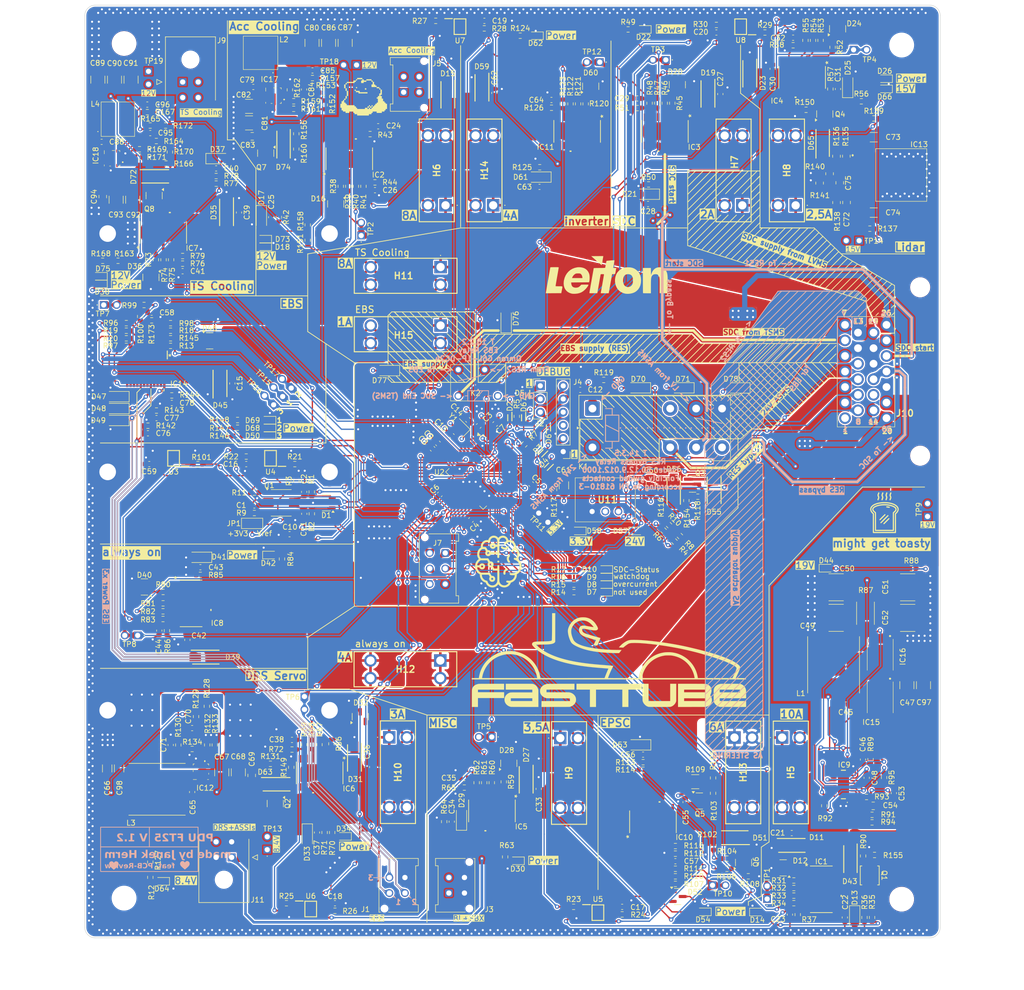
<source format=kicad_pcb>
(kicad_pcb
	(version 20240108)
	(generator "pcbnew")
	(generator_version "8.0")
	(general
		(thickness 1.6)
		(legacy_teardrops no)
	)
	(paper "A3")
	(title_block
		(title "PDU FT25")
		(date "2025-01-15")
		(rev "V1.2")
		(company "Janek Herm")
		(comment 1 "FasTTUBe Electronics")
	)
	(layers
		(0 "F.Cu" signal)
		(1 "In1.Cu" power)
		(2 "In2.Cu" signal)
		(31 "B.Cu" mixed)
		(32 "B.Adhes" user "B.Adhesive")
		(33 "F.Adhes" user "F.Adhesive")
		(34 "B.Paste" user)
		(35 "F.Paste" user)
		(36 "B.SilkS" user "B.Silkscreen")
		(37 "F.SilkS" user "F.Silkscreen")
		(38 "B.Mask" user)
		(39 "F.Mask" user)
		(40 "Dwgs.User" user "User.Drawings")
		(41 "Cmts.User" user "User.Comments")
		(42 "Eco1.User" user "User.Eco1")
		(43 "Eco2.User" user "User.Eco2")
		(44 "Edge.Cuts" user)
		(45 "Margin" user)
		(46 "B.CrtYd" user "B.Courtyard")
		(47 "F.CrtYd" user "F.Courtyard")
		(48 "B.Fab" user)
		(49 "F.Fab" user)
		(50 "User.1" user)
		(51 "User.2" user)
		(52 "User.3" user)
		(53 "User.4" user)
		(54 "User.5" user)
		(55 "User.6" user)
		(56 "User.7" user)
		(57 "User.8" user)
		(58 "User.9" user)
	)
	(setup
		(stackup
			(layer "F.SilkS"
				(type "Top Silk Screen")
			)
			(layer "F.Paste"
				(type "Top Solder Paste")
			)
			(layer "F.Mask"
				(type "Top Solder Mask")
				(thickness 0.01)
			)
			(layer "F.Cu"
				(type "copper")
				(thickness 0.035)
			)
			(layer "dielectric 1"
				(type "prepreg")
				(thickness 0.1)
				(material "FR4")
				(epsilon_r 4.5)
				(loss_tangent 0.02)
			)
			(layer "In1.Cu"
				(type "copper")
				(thickness 0.035)
			)
			(layer "dielectric 2"
				(type "core")
				(thickness 1.24)
				(material "FR4")
				(epsilon_r 4.5)
				(loss_tangent 0.02)
			)
			(layer "In2.Cu"
				(type "copper")
				(thickness 0.035)
			)
			(layer "dielectric 3"
				(type "prepreg")
				(thickness 0.1)
				(material "FR4")
				(epsilon_r 4.5)
				(loss_tangent 0.02)
			)
			(layer "B.Cu"
				(type "copper")
				(thickness 0.035)
			)
			(layer "B.Mask"
				(type "Bottom Solder Mask")
				(thickness 0.01)
			)
			(layer "B.Paste"
				(type "Bottom Solder Paste")
			)
			(layer "B.SilkS"
				(type "Bottom Silk Screen")
			)
			(copper_finish "None")
			(dielectric_constraints no)
		)
		(pad_to_mask_clearance 0)
		(allow_soldermask_bridges_in_footprints no)
		(pcbplotparams
			(layerselection 0x00010fc_ffffffff)
			(plot_on_all_layers_selection 0x0000000_00000000)
			(disableapertmacros no)
			(usegerberextensions no)
			(usegerberattributes yes)
			(usegerberadvancedattributes yes)
			(creategerberjobfile no)
			(dashed_line_dash_ratio 12.000000)
			(dashed_line_gap_ratio 3.000000)
			(svgprecision 4)
			(plotframeref no)
			(viasonmask no)
			(mode 1)
			(useauxorigin yes)
			(hpglpennumber 1)
			(hpglpenspeed 20)
			(hpglpendiameter 15.000000)
			(pdf_front_fp_property_popups yes)
			(pdf_back_fp_property_popups yes)
			(dxfpolygonmode yes)
			(dxfimperialunits yes)
			(dxfusepcbnewfont yes)
			(psnegative no)
			(psa4output no)
			(plotreference yes)
			(plotvalue no)
			(plotfptext yes)
			(plotinvisibletext no)
			(sketchpadsonfab no)
			(subtractmaskfromsilk yes)
			(outputformat 1)
			(mirror no)
			(drillshape 0)
			(scaleselection 1)
			(outputdirectory "gerber/")
		)
	)
	(net 0 "")
	(net 1 "GND")
	(net 2 "+3V3")
	(net 3 "stdCAN_H")
	(net 4 "/MCU/Vref")
	(net 5 "stdCAN_L")
	(net 6 "/MCU/NRST")
	(net 7 "Net-(D11-A2)")
	(net 8 "/powerstages/P_Out6a")
	(net 9 "/powerstages/IS4")
	(net 10 "Net-(D15-A2)")
	(net 11 "/connectors/P_Out1")
	(net 12 "/powerstages/IS1")
	(net 13 "Net-(D19-A2)")
	(net 14 "/powerstages/IS10")
	(net 15 "Net-(D23-A2)")
	(net 16 "/powerstages/P_Out9a")
	(net 17 "/powerstages/IS7")
	(net 18 "Net-(D27-A2)")
	(net 19 "/connectors/P_Out8")
	(net 20 "/powerstages/IS8")
	(net 21 "Net-(D31-A2)")
	(net 22 "/powerstages/P_Out5a")
	(net 23 "/powerstages/IS3")
	(net 24 "Net-(D35-A2)")
	(net 25 "/connectors/P_Out2")
	(net 26 "/powerstages/IS2")
	(net 27 "/connectors/P_Out9")
	(net 28 "/powerstages/IS9")
	(net 29 "Net-(IC9-CBOOT)")
	(net 30 "Net-(IC9-SW)")
	(net 31 "Net-(IC9-VCC)")
	(net 32 "Net-(D43-K)")
	(net 33 "Net-(IC9-PFM{slash}SYNC)")
	(net 34 "/connectors/P_Out4")
	(net 35 "Net-(C53-Pad2)")
	(net 36 "Net-(IC9-EXTCOMP)")
	(net 37 "Net-(D51-A2)")
	(net 38 "/connectors/P_Out5")
	(net 39 "/powerstages/IS5")
	(net 40 "Net-(D56-K)")
	(net 41 "Net-(D59-A2)")
	(net 42 "/connectors/P_Out6")
	(net 43 "/powerstages/IS6")
	(net 44 "Net-(IC12-SW)")
	(net 45 "Net-(IC12-BOOT)")
	(net 46 "/connectors/P_Out3")
	(net 47 "Net-(D63-K)")
	(net 48 "Net-(IC12-FB)")
	(net 49 "Net-(IC12-SS)")
	(net 50 "/connectors/P_Out7")
	(net 51 "Net-(IC13-FB)")
	(net 52 "Net-(D65-K)")
	(net 53 "Net-(IC13-SS)")
	(net 54 "/MCU/SWCLK")
	(net 55 "/MCU/SWDIO")
	(net 56 "/MCU/UART_RX")
	(net 57 "/MCU/UART_TX")
	(net 58 "Net-(D7-A)")
	(net 59 "Net-(D8-A)")
	(net 60 "Net-(D9-A)")
	(net 61 "Net-(D10-A)")
	(net 62 "Net-(D12-A)")
	(net 63 "unconnected-(D12-NC-Pad2)")
	(net 64 "Net-(D14-A)")
	(net 65 "Net-(D16-A)")
	(net 66 "unconnected-(D16-NC-Pad2)")
	(net 67 "Net-(D18-A)")
	(net 68 "Net-(D20-A)")
	(net 69 "unconnected-(D20-NC-Pad2)")
	(net 70 "Net-(D22-A)")
	(net 71 "Net-(D24-A)")
	(net 72 "unconnected-(D24-NC-Pad2)")
	(net 73 "Net-(D26-A)")
	(net 74 "Net-(D28-A)")
	(net 75 "unconnected-(D28-NC-Pad2)")
	(net 76 "Net-(D30-A)")
	(net 77 "unconnected-(D32-NC-Pad2)")
	(net 78 "Net-(D32-A)")
	(net 79 "Net-(D34-A)")
	(net 80 "Net-(D36-A)")
	(net 81 "unconnected-(D36-NC-Pad2)")
	(net 82 "Net-(D38-A)")
	(net 83 "Net-(D43-A)")
	(net 84 "Net-(D44-A)")
	(net 85 "Net-(D45-A2)")
	(net 86 "/powerstages/IS11")
	(net 87 "/connectors/P_Out12")
	(net 88 "unconnected-(D52-NC-Pad2)")
	(net 89 "Net-(D52-A)")
	(net 90 "Net-(D54-A)")
	(net 91 "Net-(D56-A)")
	(net 92 "Net-(D57-A)")
	(net 93 "Net-(D58-A)")
	(net 94 "unconnected-(D60-NC-Pad2)")
	(net 95 "Net-(D60-A)")
	(net 96 "Net-(D62-A)")
	(net 97 "Net-(D63-A)")
	(net 98 "Net-(D64-A)")
	(net 99 "Net-(D65-A)")
	(net 100 "Net-(D66-A)")
	(net 101 "/connectors/P_Out11")
	(net 102 "/connectors/P_Out10")
	(net 103 "Net-(D46-A)")
	(net 104 "+24V")
	(net 105 "Net-(IC1-IS)")
	(net 106 "Net-(IC1-GND)")
	(net 107 "Net-(IC1-IN)")
	(net 108 "Net-(IC1-DEN)")
	(net 109 "Net-(IC2-IS)")
	(net 110 "Net-(IC2-IN)")
	(net 111 "Net-(IC2-DEN)")
	(net 112 "Net-(IC2-GND)")
	(net 113 "Net-(IC3-IN)")
	(net 114 "Net-(IC3-GND)")
	(net 115 "Net-(IC3-IS)")
	(net 116 "Net-(IC3-DEN)")
	(net 117 "Net-(IC4-IN)")
	(net 118 "Net-(IC4-GND)")
	(net 119 "Net-(IC4-IS)")
	(net 120 "Net-(IC4-DEN)")
	(net 121 "Net-(IC5-GND)")
	(net 122 "Net-(IC5-DEN)")
	(net 123 "Net-(IC5-IS)")
	(net 124 "Net-(IC5-IN)")
	(net 125 "Net-(IC6-GND)")
	(net 126 "Net-(IC6-IN)")
	(net 127 "Net-(IC6-DEN)")
	(net 128 "Net-(IC6-IS)")
	(net 129 "Net-(IC7-IN)")
	(net 130 "Net-(IC7-IS)")
	(net 131 "Net-(IC7-GND)")
	(net 132 "Net-(IC7-DEN)")
	(net 133 "Net-(IC9-CNFG)")
	(net 134 "Net-(IC9-PG{slash}SYNCOUT)")
	(net 135 "Net-(IC9-RT)")
	(net 136 "Net-(IC9-ISNS+)")
	(net 137 "Net-(IC9-HO)")
	(net 138 "Net-(IC9-LO)")
	(net 139 "Net-(IC9-FB)")
	(net 140 "Net-(IC10-IS)")
	(net 141 "Net-(IC10-IN)")
	(net 142 "Net-(IC10-DEN)")
	(net 143 "Net-(IC10-GND)")
	(net 144 "Net-(IC11-DEN)")
	(net 145 "Net-(IC11-IS)")
	(net 146 "Net-(IC11-IN)")
	(net 147 "Net-(IC11-GND)")
	(net 148 "Net-(IC12-PG)")
	(net 149 "Net-(IC12-MODE)")
	(net 150 "Net-(IC12-EN)")
	(net 151 "Net-(IC13-RON)")
	(net 152 "Net-(IC13-EN)")
	(net 153 "/MCU/SWO")
	(net 154 "FDCAN_H")
	(net 155 "FDCAN_L")
	(net 156 "/RBR/SDC bypass")
	(net 157 "24V ASMS")
	(net 158 "Net-(JP1-C)")
	(net 159 "unconnected-(K1-Pad12)")
	(net 160 "unconnected-(K1-Pad24)")
	(net 161 "Net-(K1-PadA1)")
	(net 162 "unconnected-(D46-NC-Pad2)")
	(net 163 "Net-(IC14-DSEL1)")
	(net 164 "Net-(Q5-D)")
	(net 165 "Net-(Q5-G)")
	(net 166 "Net-(Q6-G)")
	(net 167 "Net-(Q6-D)")
	(net 168 "Net-(U1-Rs)")
	(net 169 "Net-(U2-PA0)")
	(net 170 "Net-(U2-BOOT0)")
	(net 171 "Net-(U2-PC0)")
	(net 172 "Net-(U2-PA11)")
	(net 173 "/MCU/CAN_RX")
	(net 174 "/MCU/CAN_TX")
	(net 175 "Net-(U2-PA12)")
	(net 176 "unconnected-(U2-PB7-Pad59)")
	(net 177 "unconnected-(U2-PA15-Pad50)")
	(net 178 "/MCU/STATUS_LED1")
	(net 179 "/MCU/STATUS_LED2")
	(net 180 "/MCU/STATUS_LED3")
	(net 181 "/MCU/STATUS_LED4")
	(net 182 "Net-(R12-Pad1)")
	(net 183 "Net-(U4A--)")
	(net 184 "/MCU/ISENSE1")
	(net 185 "Net-(U4B--)")
	(net 186 "/MCU/ISENSE2")
	(net 187 "/MCU/ISENSE3")
	(net 188 "Net-(U5A--)")
	(net 189 "Net-(U5B--)")
	(net 190 "/MCU/ISENSE4")
	(net 191 "/MCU/ISENSE5")
	(net 192 "Net-(U6A--)")
	(net 193 "Net-(U6B--)")
	(net 194 "/MCU/ISENSE6")
	(net 195 "/MCU/ISENSE7")
	(net 196 "Net-(U7A--)")
	(net 197 "Net-(U7B--)")
	(net 198 "/MCU/ISENSE8")
	(net 199 "/MCU/ISENSE9")
	(net 200 "Net-(U8A--)")
	(net 201 "Net-(U8B--)")
	(net 202 "/MCU/ISENSE10")
	(net 203 "/MCU/IN4")
	(net 204 "/MCU/IN1")
	(net 205 "/MCU/IN10")
	(net 206 "/MCU/IN7")
	(net 207 "/MCU/IN8")
	(net 208 "/MCU/IN3")
	(net 209 "/MCU/IN2")
	(net 210 "/MCU/IN9")
	(net 211 "/MCU/IN11")
	(net 212 "/MCU/IN12")
	(net 213 "/MCU/IN13")
	(net 214 "/MCU/PC_Read")
	(net 215 "/MCU/PC_EN")
	(net 216 "/MCU/IN5")
	(net 217 "/MCU/IN6")
	(net 218 "/MCU/XTAL_OUT")
	(net 219 "unconnected-(U2-PC5-Pad25)")
	(net 220 "Net-(IC14-GND)")
	(net 221 "unconnected-(U2-PC12-Pad53)")
	(net 222 "Net-(IC14-DEN)")
	(net 223 "Net-(IC14-IN2)")
	(net 224 "/MCU/XTAL_IN")
	(net 225 "unconnected-(U2-PD2-Pad54)")
	(net 226 "unconnected-(IC14-OUT3-Pad13)")
	(net 227 "Net-(IC14-IN0)")
	(net 228 "Net-(IC14-IN3)")
	(net 229 "Net-(IC14-DSEL0)")
	(net 230 "Net-(IC14-IN1)")
	(net 231 "Net-(IC14-IS)")
	(net 232 "/MCU/DSEL0")
	(net 233 "/MCU/DSEL1")
	(net 234 "Net-(U3A--)")
	(net 235 "/MCU/ISENSE11")
	(net 236 "Net-(U3B--)")
	(net 237 "unconnected-(IC9-NC_1-Pad1)")
	(net 238 "unconnected-(IC9-NC_2-Pad2)")
	(net 239 "unconnected-(IC9-NC_4-Pad23)")
	(net 240 "unconnected-(IC9-NC_3-Pad22)")
	(net 241 "unconnected-(IC9-NC_5-Pad24)")
	(net 242 "Net-(D50-A)")
	(net 243 "Net-(D68-A)")
	(net 244 "Net-(D69-A)")
	(net 245 "/connectors/P_Out14")
	(net 246 "/connectors/P_Out13")
	(net 247 "Net-(IC17-SW)")
	(net 248 "Net-(IC17-BOOT)")
	(net 249 "Net-(D72-K)")
	(net 250 "Net-(IC17-FB)")
	(net 251 "Net-(IC17-SS)")
	(net 252 "Net-(IC18-BOOT)")
	(net 253 "Net-(IC18-SW)")
	(net 254 "Net-(D74-K)")
	(net 255 "Net-(IC18-FB)")
	(net 256 "Net-(IC18-SS)")
	(net 257 "Net-(D72-A)")
	(net 258 "Net-(D73-A)")
	(net 259 "Net-(D74-A)")
	(net 260 "Net-(D75-A)")
	(net 261 "Net-(IC17-PG)")
	(net 262 "Net-(IC17-MODE)")
	(net 263 "Net-(IC17-EN)")
	(net 264 "Net-(IC18-PG)")
	(net 265 "Net-(IC18-MODE)")
	(net 266 "Net-(IC18-EN)")
	(net 267 "Net-(R151-Pad2)")
	(net 268 "Net-(R163-Pad2)")
	(net 269 "EBS supply")
	(net 270 "AS actuator supply")
	(net 271 "unconnected-(IC1-NC-Pad7)")
	(net 272 "unconnected-(IC1-NC-Pad1)")
	(net 273 "unconnected-(IC1-NC-Pad14)")
	(net 274 "unconnected-(IC1-NC-Pad8)")
	(net 275 "unconnected-(IC1-NC-Pad9)")
	(net 276 "unconnected-(IC1-NC-Pad13)")
	(net 277 "unconnected-(IC1-NC-Pad2)")
	(net 278 "unconnected-(IC2-NC-Pad2)")
	(net 279 "unconnected-(IC2-NC-Pad7)")
	(net 280 "unconnected-(IC2-NC-Pad8)")
	(net 281 "unconnected-(IC2-NC-Pad14)")
	(net 282 "unconnected-(IC2-NC-Pad1)")
	(net 283 "unconnected-(IC2-NC-Pad9)")
	(net 284 "unconnected-(IC2-NC-Pad13)")
	(net 285 "unconnected-(IC3-NC-Pad8)")
	(net 286 "unconnected-(IC3-NC-Pad1)")
	(net 287 "unconnected-(IC3-NC-Pad7)")
	(net 288 "unconnected-(IC3-NC-Pad14)")
	(net 289 "unconnected-(IC3-NC-Pad13)")
	(net 290 "unconnected-(IC3-NC-Pad9)")
	(net 291 "unconnected-(IC3-NC-Pad2)")
	(net 292 "unconnected-(IC4-NC-Pad2)")
	(net 293 "unconnected-(IC4-NC-Pad1)")
	(net 294 "unconnected-(IC4-NC-Pad13)")
	(net 295 "unconnected-(IC4-NC-Pad7)")
	(net 296 "unconnected-(IC4-NC-Pad9)")
	(net 297 "unconnected-(IC4-NC-Pad8)")
	(net 298 "unconnected-(IC4-NC-Pad14)")
	(net 299 "unconnected-(IC5-NC-Pad1)")
	(net 300 "unconnected-(IC5-NC-Pad8)")
	(net 301 "unconnected-(IC5-NC-Pad9)")
	(net 302 "unconnected-(IC5-NC-Pad14)")
	(net 303 "unconnected-(IC5-NC-Pad13)")
	(net 304 "unconnected-(IC5-NC-Pad2)")
	(net 305 "unconnected-(IC5-NC-Pad7)")
	(net 306 "unconnected-(IC6-NC-Pad14)")
	(net 307 "unconnected-(IC6-NC-Pad2)")
	(net 308 "unconnected-(IC6-NC-Pad7)")
	(net 309 "unconnected-(IC6-NC-Pad1)")
	(net 310 "unconnected-(IC6-NC-Pad9)")
	(net 311 "unconnected-(IC6-NC-Pad8)")
	(net 312 "unconnected-(IC6-NC-Pad13)")
	(net 313 "unconnected-(IC7-NC-Pad1)")
	(net 314 "unconnected-(IC7-NC-Pad9)")
	(net 315 "unconnected-(IC7-NC-Pad14)")
	(net 316 "unconnected-(IC7-NC-Pad13)")
	(net 317 "unconnected-(IC7-NC-Pad7)")
	(net 318 "unconnected-(IC7-NC-Pad8)")
	(net 319 "unconnected-(IC7-NC-Pad2)")
	(net 320 "unconnected-(IC10-NC-Pad14)")
	(net 321 "unconnected-(IC10-NC-Pad8)")
	(net 322 "unconnected-(IC10-NC-Pad13)")
	(net 323 "unconnected-(IC10-NC-Pad9)")
	(net 324 "unconnected-(IC10-NC-Pad1)")
	(net 325 "unconnected-(IC10-NC-Pad7)")
	(net 326 "unconnected-(IC10-NC-Pad2)")
	(net 327 "unconnected-(IC11-NC-Pad1)")
	(net 328 "unconnected-(IC11-NC-Pad13)")
	(net 329 "unconnected-(IC11-NC-Pad2)")
	(net 330 "unconnected-(IC11-NC-Pad7)")
	(net 331 "unconnected-(IC11-NC-Pad9)")
	(net 332 "unconnected-(IC11-NC-Pad8)")
	(net 333 "unconnected-(IC11-NC-Pad14)")
	(net 334 "unconnected-(IC14-NC-Pad21)")
	(net 335 "unconnected-(IC14-NC-Pad19)")
	(net 336 "unconnected-(IC14-NC-Pad15)")
	(net 337 "unconnected-(IC14-NC-Pad18)")
	(net 338 "unconnected-(IC14-NC-Pad23)")
	(net 339 "unconnected-(IC14-NC-Pad22)")
	(net 340 "unconnected-(IC14-NC-Pad14)")
	(net 341 "unconnected-(IC14-NC-Pad12)")
	(net 342 "unconnected-(IC14-NC-Pad1)")
	(net 343 "unconnected-(IC14-NC-Pad16)")
	(net 344 "/EBSR/EBS power")
	(net 345 "unconnected-(U2-PC14-Pad3)")
	(net 346 "unconnected-(U2-PC15-Pad4)")
	(net 347 "unconnected-(U2-PC13-Pad2)")
	(net 348 "Net-(R100-Pad1)")
	(net 349 "/RBR/RES")
	(net 350 "TSMS SDC")
	(net 351 "unconnected-(IC14-NC-Pad3)")
	(net 352 "unconnected-(U2-PB0-Pad26)")
	(net 353 "Net-(D39-A2)")
	(net 354 "unconnected-(D40-NC-Pad2)")
	(net 355 "Net-(D40-A)")
	(net 356 "Net-(D42-A)")
	(net 357 "unconnected-(IC8-NC-Pad8)")
	(net 358 "unconnected-(IC8-NC-Pad13)")
	(net 359 "Net-(IC8-IN)")
	(net 360 "unconnected-(IC8-NC-Pad9)")
	(net 361 "unconnected-(IC8-NC-Pad1)")
	(net 362 "Net-(IC8-DEN)")
	(net 363 "Net-(IC8-GND)")
	(net 364 "Net-(IC8-IS)")
	(net 365 "unconnected-(IC8-NC-Pad2)")
	(net 366 "unconnected-(IC8-NC-Pad14)")
	(net 367 "unconnected-(IC8-NC-Pad7)")
	(net 368 "unconnected-(J10-Pin_15-Pad15)")
	(net 369 "unconnected-(J10-Pin_1-Pad1)")
	(footprint "5025:5025" (layer "F.Cu") (at 165.32 98.46 90))
	(footprint "Resistor_SMD:R_0603_1608Metric" (layer "F.Cu") (at 161.375 88.955 90))
	(footprint "Resistor_SMD:R_0603_1608Metric" (layer "F.Cu") (at 128.645 103.135 -90))
	(footprint "Capacitor_SMD:C_1210_3225Metric" (layer "F.Cu") (at 162.225 61.275 90))
	(footprint "BTT6010-1ERB:SOIC14_BTT6010-1ERB_INF" (layer "F.Cu") (at 163.019 83.649799 90))
	(footprint "824501241:DIOM5127X250N" (layer "F.Cu") (at 139.345 93.995 -90))
	(footprint "Resistor_SMD:R_0603_1608Metric" (layer "F.Cu") (at 122.555 83.275))
	(footprint "Package_TO_SOT_SMD:SOT-23" (layer "F.Cu") (at 124.75 106.535 -90))
	(footprint "Package_TO_SOT_SMD:SOT-23" (layer "F.Cu") (at 165.14 191.314998 90))
	(footprint "Resistor_SMD:R_0603_1608Metric" (layer "F.Cu") (at 135.615001 196.775 90))
	(footprint "Resistor_SMD:R_0603_1608Metric" (layer "F.Cu") (at 155.915 68.065))
	(footprint "Capacitor_SMD:C_1210_3225Metric" (layer "F.Cu") (at 143.685 76.725 180))
	(footprint "Resistor_SMD:R_0603_1608Metric" (layer "F.Cu") (at 135.545001 189.315 -90))
	(footprint "LED_SMD:LED_0603_1608Metric" (layer "F.Cu") (at 266.295 70.155 180))
	(footprint "brain:heart" (layer "F.Cu") (at 117.6 220.05))
	(footprint "Resistor_SMD:R_0603_1608Metric" (layer "F.Cu") (at 127.585 77.225))
	(footprint "ESD321DYAR:SODFL1608X77N" (layer "F.Cu") (at 193.99 133.625 -90))
	(footprint "Diode_SMD:D_SOD-123F" (layer "F.Cu") (at 218.94 127.854999 180))
	(footprint "5025:5025" (layer "F.Cu") (at 147.190001 216.99 90))
	(footprint "Resistor_SMD:R_0603_1608Metric" (layer "F.Cu") (at 147.805 200.415))
	(footprint "5025:5025" (layer "F.Cu") (at 261.38 99.44 180))
	(footprint "MountingHole:MountingHole_3.2mm_M3_DIN965_Pad" (layer "F.Cu") (at 116.41 144.08 -90))
	(footprint "Resistor_SMD:R_0603_1608Metric" (layer "F.Cu") (at 254.645 208.515 -90))
	(footprint "3557-15:355715" (layer "F.Cu") (at 180.58 180.485 180))
	(footprint "Resistor_SMD:R_0603_1608Metric" (layer "F.Cu") (at 264.205001 75.855))
	(footprint "Capacitor_SMD:C_0603_1608Metric" (layer "F.Cu") (at 156.795 213.675001 -90))
	(footprint "Resistor_SMD:R_0603_1608Metric" (layer "F.Cu") (at 120.005477 118.297452))
	(footprint "MountingHole:MountingHole_4.3mm_M4" (layer "F.Cu") (at 119.575 226.345))
	(footprint "Capacitor_SMD:C_1210_3225Metric" (layer "F.Cu") (at 138.414747 202.063428 90))
	(footprint "Diode_SMD:D_SOD-123F" (layer "F.Cu") (at 146.065 94.88 -90))
	(footprint "Capacitor_SMD:C_0603_1608Metric" (layer "F.Cu") (at 185.205 203.145 180))
	(footprint "Resistor_SMD:R_0603_1608Metric" (layer "F.Cu") (at 225.925 220.675))
	(footprint "Resistor_SMD:R_0603_1608Metric"
		(layer "F.Cu")
		(uuid "15025461-dcc7-4f61-9542-8f8e8ec99700")
		(at 154.995 99.365 90)
		(descr "Resistor SMD 0603 (1608 Metric), square (rectangular) end terminal, IPC_7351 nominal, (Body size source: IPC-SM-782 page 72, https://www.pcb-3d.com/wordpress/wp-content/uploads/ipc-sm-782a_amendment_1_and_2.pdf), generated with kicad-footprint-generator")
		(tags "resistor")
		(property "Reference" "R151"
			(at -0.65 -1.42 90)
			(layer "F.SilkS")
			(uuid "122f886c-686c-4dca-9df4-687a2b60e366")
			(effects
				(font
					(size 1 1)
					(thickness 0.15)
				)
			)
		)
		(property "Value" "1k"
			(at 0 1.43 90)
			(layer "F.Fab")
			(uuid "a592b584-abae-4bea-8bc8-0a8ffebe0b80")
			(effects
				(font
					(size 1 1)
					(thickness 0.15)
				)
			)
		)
		(property "Footprint" "Resistor_SMD:R_0603_1608Metric"
			(at 0 0 90)
			(unlocked yes)
			(layer "F.Fab")
			(hide yes)
			(uuid "1c5f638a-4832-4642-88d6-97d1baf0f576")
			(effects
				(font
					(size 1.27 1.27)
					(thickness 0.15)
				)
			)
		)
		(property "Datasheet" ""
			(at 0 0 90)
			(unlocked yes)
			(layer "F.Fab")
			(hide yes)
			(uuid "59d60a19-0eeb-4754-9aba-e42d43305fa7")
			(effects
				(font
					(size 1.27 1.27)
					(thickness 0.15)
				)
			)
		)
		(property "Description" "Resistor, small symbol"
			(at 0 0 90)
			(unlocked yes)
			(layer "F.Fab")
			(hide yes)
			(uuid "33615a10-7215-4795-96b9-fa93cea6c121")
			(effects
				(font
					(size 1.27 1.27)
					(thickness 0.15)
				)
			)
		)
		(property ki_fp_filters "R_*")
		(path "/780d04e9-366d-4b48-88f6-229428c96c3a/2688228a-78b0-463b-82bd-42a0dedab640/a31b0199-c63c-4e83-8127-1fac1a9facaf")
		(sheetname "ACC pump DCDC")
		(sheetfile "pumpDCDC.kicad_sch")
		(attr smd)
		(fp_line
			(start -0.237258 -0.5225)
			(end 0.237258 -0.5225)
			(stroke
				(width 0.12)
				(type solid)
			)
			(layer "F.SilkS")
			(uuid "dc8e5fd8-4ca3-4c1d-b1f5-6eaae540711d")
		)
		(fp_line
			(start -0.237258 0.5225)
			(end 0.237258 0.5225)
			(stroke
				(width 0.12)
				(type solid)
			)
			(layer "F.SilkS")
			(uuid "6c0a18d3-6077-4bcb-825a-872d2e6b7716")
		)
		(fp_line
			(start 1.48 -0.73)
			(end 1.48 0.73)
			(stroke
				(width 0.05)
				(type solid)
			)
			(layer "F.CrtYd")
			(uuid "7313f3b4-9a54-4d87-8c75-088e5090a017")
		)
		(fp_line
			(start -1.48 -0.73)
			(end 1.48 -0.73)
			(stroke
				(width 0.05)
				(type solid)
			)
			(layer "F.CrtYd")
			(uuid "6af3927a-7d15-47f2-a5a0-8445f1b4c182")
		)
		(fp_line
			(start 1.48 0.73)
			(end -1.48 0.73)
			(stroke
				(width 0.05)
				(type solid)
			)
			(layer "F.CrtYd")
			(uuid "72e13f33-6639-4f39-84e2-7a3d4ba4715a")
		)
		(fp_line
			(start -1.48 0.73)
			(end -1.48 -0.73)
			(stroke
				(width 0.05)
				(type solid)
			)
			(layer "F.CrtYd")
			(uuid "ff98d762-9a6b-4848-89e9-20b6125bce37")
		)
		(fp_line
			(start 0.8 -0.4125)
			(end 0.8 0.4125)
			(stroke
				(width 0.1)
				(type solid)
			)
			(layer "F.Fab")
			(uuid "fe961a65-105c-43a7-89d7-5c7c44acd8a1")
		)
		(fp_line
			(start -0.8 -0.4125)
			(end 0.8 -0.4125)
			(stroke
				(width 0.1)
				(type solid)
			)
			(layer "F.Fab")
			(uuid "bb8064fe-6479-4ead-87cb-214fa68d7676")
		)
		(fp_line
			(start 0.8 0.4125)
			(end -0.8 0.4125)
			(stroke
				(width 0.1)
				(type solid)
			)
			(layer "F.Fab")
			(uuid "0ba98a26-6841-4152-aae7-55d7e1c78c39")
		)
		(fp_line
			(start -0.8 0.4125)
			(end -0.8 -0.4125)
			(stroke
				(widt
... [8515533 chars truncated]
</source>
